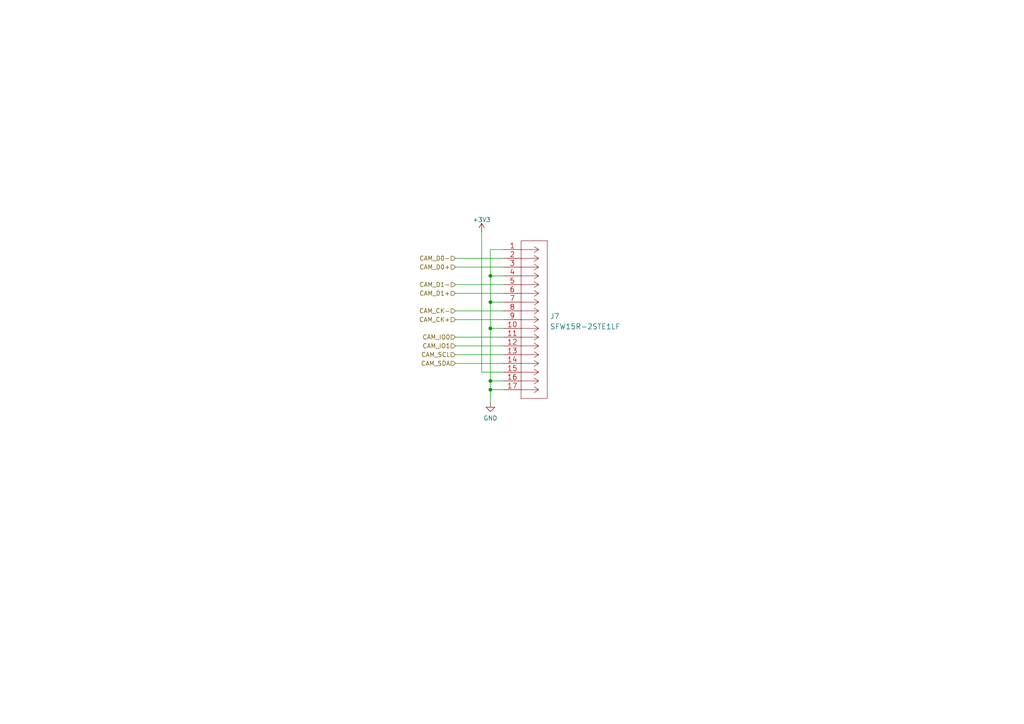
<source format=kicad_sch>
(kicad_sch (version 20211123) (generator eeschema)
  (paper "A4")
  (lib_symbols
    (symbol "csi_fpc:SFW15R-2STE1LF" (pin_names (offset 0.254) hide)
      (property "Reference" "J" (at 8.89 6.35 0))
      (property "Value" "SFW15R-2STE1LF" (at 10.16 -20.32 0))
      (symbol "SFW15R-2STE1LF_1_1"
        (polyline (pts (xy 5.08 -43.18) (xy 12.7 -43.18)) (stroke (width 0.127)))
        (polyline (pts (xy 5.08 2.54) (xy 5.08 -43.18)) (stroke (width 0.127)))
        (polyline (pts (xy 10.16 -40.64) (xy 5.08 -40.64)) (stroke (width 0.127)))
        (polyline (pts (xy 10.16 -40.64) (xy 8.89 -41.4782)) (stroke (width 0.127)))
        (polyline (pts (xy 10.16 -40.64) (xy 8.89 -39.8018)) (stroke (width 0.127)))
        (polyline (pts (xy 10.16 -38.1) (xy 5.08 -38.1)) (stroke (width 0.127)))
        (polyline (pts (xy 10.16 -38.1) (xy 8.89 -38.9382)) (stroke (width 0.127)))
        (polyline (pts (xy 10.16 -38.1) (xy 8.89 -37.2618)) (stroke (width 0.127)))
        (polyline (pts (xy 10.16 -35.56) (xy 5.08 -35.56)) (stroke (width 0.127)))
        (polyline (pts (xy 10.16 -35.56) (xy 8.89 -36.3982)) (stroke (width 0.127)))
        (polyline (pts (xy 10.16 -35.56) (xy 8.89 -34.7218)) (stroke (width 0.127)))
        (polyline (pts (xy 10.16 -33.02) (xy 5.08 -33.02)) (stroke (width 0.127)))
        (polyline (pts (xy 10.16 -33.02) (xy 8.89 -33.8582)) (stroke (width 0.127)))
        (polyline (pts (xy 10.16 -33.02) (xy 8.89 -32.1818)) (stroke (width 0.127)))
        (polyline (pts (xy 10.16 -30.48) (xy 5.08 -30.48)) (stroke (width 0.127)))
        (polyline (pts (xy 10.16 -30.48) (xy 8.89 -31.3182)) (stroke (width 0.127)))
        (polyline (pts (xy 10.16 -30.48) (xy 8.89 -29.6418)) (stroke (width 0.127)))
        (polyline (pts (xy 10.16 -27.94) (xy 5.08 -27.94)) (stroke (width 0.127)))
        (polyline (pts (xy 10.16 -27.94) (xy 8.89 -28.7782)) (stroke (width 0.127)))
        (polyline (pts (xy 10.16 -27.94) (xy 8.89 -27.1018)) (stroke (width 0.127)))
        (polyline (pts (xy 10.16 -25.4) (xy 5.08 -25.4)) (stroke (width 0.127)))
        (polyline (pts (xy 10.16 -25.4) (xy 8.89 -26.2382)) (stroke (width 0.127)))
        (polyline (pts (xy 10.16 -25.4) (xy 8.89 -24.5618)) (stroke (width 0.127)))
        (polyline (pts (xy 10.16 -22.86) (xy 5.08 -22.86)) (stroke (width 0.127)))
        (polyline (pts (xy 10.16 -22.86) (xy 8.89 -23.6982)) (stroke (width 0.127)))
        (polyline (pts (xy 10.16 -22.86) (xy 8.89 -22.0218)) (stroke (width 0.127)))
        (polyline (pts (xy 10.16 -20.32) (xy 5.08 -20.32)) (stroke (width 0.127)))
        (polyline (pts (xy 10.16 -20.32) (xy 8.89 -21.1582)) (stroke (width 0.127)))
        (polyline (pts (xy 10.16 -20.32) (xy 8.89 -19.4818)) (stroke (width 0.127)))
        (polyline (pts (xy 10.16 -17.78) (xy 5.08 -17.78)) (stroke (width 0.127)))
        (polyline (pts (xy 10.16 -17.78) (xy 8.89 -18.6182)) (stroke (width 0.127)))
        (polyline (pts (xy 10.16 -17.78) (xy 8.89 -16.9418)) (stroke (width 0.127)))
        (polyline (pts (xy 10.16 -15.24) (xy 5.08 -15.24)) (stroke (width 0.127)))
        (polyline (pts (xy 10.16 -15.24) (xy 8.89 -16.0782)) (stroke (width 0.127)))
        (polyline (pts (xy 10.16 -15.24) (xy 8.89 -14.4018)) (stroke (width 0.127)))
        (polyline (pts (xy 10.16 -12.7) (xy 5.08 -12.7)) (stroke (width 0.127)))
        (polyline (pts (xy 10.16 -12.7) (xy 8.89 -13.5382)) (stroke (width 0.127)))
        (polyline (pts (xy 10.16 -12.7) (xy 8.89 -11.8618)) (stroke (width 0.127)))
        (polyline (pts (xy 10.16 -10.16) (xy 5.08 -10.16)) (stroke (width 0.127)))
        (polyline (pts (xy 10.16 -10.16) (xy 8.89 -10.9982)) (stroke (width 0.127)))
        (polyline (pts (xy 10.16 -10.16) (xy 8.89 -9.3218)) (stroke (width 0.127)))
        (polyline (pts (xy 10.16 -7.62) (xy 5.08 -7.62)) (stroke (width 0.127)))
        (polyline (pts (xy 10.16 -7.62) (xy 8.89 -8.4582)) (stroke (width 0.127)))
        (polyline (pts (xy 10.16 -7.62) (xy 8.89 -6.7818)) (stroke (width 0.127)))
        (polyline (pts (xy 10.16 -5.08) (xy 5.08 -5.08)) (stroke (width 0.127)))
        (polyline (pts (xy 10.16 -5.08) (xy 8.89 -5.9182)) (stroke (width 0.127)))
        (polyline (pts (xy 10.16 -5.08) (xy 8.89 -4.2418)) (stroke (width 0.127)))
        (polyline (pts (xy 10.16 -2.54) (xy 5.08 -2.54)) (stroke (width 0.127)))
        (polyline (pts (xy 10.16 -2.54) (xy 8.89 -3.3782)) (stroke (width 0.127)))
        (polyline (pts (xy 10.16 -2.54) (xy 8.89 -1.7018)) (stroke (width 0.127)))
        (polyline (pts (xy 10.16 0) (xy 5.08 0)) (stroke (width 0.127)))
        (polyline (pts (xy 10.16 0) (xy 8.89 -0.8382)) (stroke (width 0.127)))
        (polyline (pts (xy 10.16 0) (xy 8.89 0.8382)) (stroke (width 0.127)))
        (polyline (pts (xy 12.7 -43.18) (xy 12.7 2.54)) (stroke (width 0.127)))
        (polyline (pts (xy 12.7 2.54) (xy 5.08 2.54)) (stroke (width 0.127)))
        (pin unspecified line (at 0 0 0) (length 5.08) (name "1") (number "1"))
        (pin unspecified line (at 0 -22.86 0) (length 5.08) (name "10") (number "10"))
        (pin unspecified line (at 0 -25.4 0) (length 5.08) (name "11") (number "11"))
        (pin unspecified line (at 0 -27.94 0) (length 5.08) (name "12") (number "12"))
        (pin unspecified line (at 0 -30.48 0) (length 5.08) (name "13") (number "13"))
        (pin unspecified line (at 0 -33.02 0) (length 5.08) (name "14") (number "14"))
        (pin unspecified line (at 0 -35.56 0) (length 5.08) (name "15") (number "15"))
        (pin unspecified line (at 0 -38.1 0) (length 5.08) (name "16") (number "16"))
        (pin unspecified line (at 0 -40.64 0) (length 5.08) (name "17") (number "17"))
        (pin unspecified line (at 0 -2.54 0) (length 5.08) (name "2") (number "2"))
        (pin unspecified line (at 0 -5.08 0) (length 5.08) (name "3") (number "3"))
        (pin unspecified line (at 0 -7.62 0) (length 5.08) (name "4") (number "4"))
        (pin unspecified line (at 0 -10.16 0) (length 5.08) (name "5") (number "5"))
        (pin unspecified line (at 0 -12.7 0) (length 5.08) (name "6") (number "6"))
        (pin unspecified line (at 0 -15.24 0) (length 5.08) (name "7") (number "7"))
        (pin unspecified line (at 0 -17.78 0) (length 5.08) (name "8") (number "8"))
        (pin unspecified line (at 0 -20.32 0) (length 5.08) (name "9") (number "9"))
      )
    )
    (symbol "power:+3.3V" (power) (pin_names (offset 0))
      (property "Value" "+3.3V" (at 0 3.556 0))
      (symbol "+3.3V_0_1"
        (polyline (pts (xy -0.762 1.27) (xy 0 2.54)))
        (polyline (pts (xy 0 0) (xy 0 2.54)))
        (polyline (pts (xy 0 2.54) (xy 0.762 1.27)))
      )
      (symbol "+3.3V_1_1"
        (pin power_in line (at 0 0 90) (length 0) hide (name "+3V3") (number "1"))
      )
    )
    (symbol "power:GND" (power) (pin_names (offset 0))
      (property "Value" "GND" (at 0 -3.81 0))
      (symbol "GND_0_1"
        (polyline (pts (xy 0 0) (xy 0 -1.27) (xy 1.27 -1.27) (xy 0 -2.54) (xy -1.27 -1.27) (xy 0 -1.27)))
      )
      (symbol "GND_1_1"
        (pin power_in line (at 0 0 270) (length 0) hide (name "GND") (number "1"))
      )
    )
  )
  (junction (at 142.24 80.01))
  (junction (at 142.24 95.25))
  (junction (at 142.24 87.63))
  (junction (at 142.24 113.03))
  (junction (at 142.24 110.49))
  (wire (pts (xy 142.24 72.39) (xy 142.24 80.01)))
  (wire (pts (xy 142.24 87.63) (xy 146.05 87.63)))
  (wire (pts (xy 142.24 113.03) (xy 142.24 116.84)))
  (wire (pts (xy 132.08 74.93) (xy 146.05 74.93)))
  (wire (pts (xy 142.24 87.63) (xy 142.24 95.25)))
  (wire (pts (xy 142.24 95.25) (xy 146.05 95.25)))
  (wire (pts (xy 132.08 92.71) (xy 146.05 92.71)))
  (wire (pts (xy 132.08 105.41) (xy 146.05 105.41)))
  (wire (pts (xy 139.7 67.31) (xy 139.7 107.95)))
  (wire (pts (xy 132.08 85.09) (xy 146.05 85.09)))
  (wire (pts (xy 142.24 80.01) (xy 146.05 80.01)))
  (wire (pts (xy 142.24 110.49) (xy 142.24 113.03)))
  (wire (pts (xy 132.08 100.33) (xy 146.05 100.33)))
  (wire (pts (xy 142.24 113.03) (xy 146.05 113.03)))
  (wire (pts (xy 132.08 90.17) (xy 146.05 90.17)))
  (wire (pts (xy 146.05 107.95) (xy 139.7 107.95)))
  (wire (pts (xy 132.08 102.87) (xy 146.05 102.87)))
  (wire (pts (xy 146.05 72.39) (xy 142.24 72.39)))
  (wire (pts (xy 142.24 80.01) (xy 142.24 87.63)))
  (wire (pts (xy 142.24 95.25) (xy 142.24 110.49)))
  (wire (pts (xy 132.08 97.79) (xy 146.05 97.79)))
  (wire (pts (xy 132.08 77.47) (xy 146.05 77.47)))
  (wire (pts (xy 142.24 110.49) (xy 146.05 110.49)))
  (wire (pts (xy 132.08 82.55) (xy 146.05 82.55)))
  (hierarchical_label "CAM_SCL" (shape input) (at 132.08 102.87 180))
  (hierarchical_label "CAM_IO0" (shape input) (at 132.08 97.79 180))
  (hierarchical_label "CAM_CK+" (shape input) (at 132.08 92.71 180))
  (hierarchical_label "CAM_D0+" (shape input) (at 132.08 77.47 180))
  (hierarchical_label "CAM_IO1" (shape input) (at 132.08 100.33 180))
  (hierarchical_label "CAM_D0-" (shape input) (at 132.08 74.93 180))
  (hierarchical_label "CAM_D1+" (shape input) (at 132.08 85.09 180))
  (hierarchical_label "CAM_D1-" (shape input) (at 132.08 82.55 180))
  (hierarchical_label "CAM_CK-" (shape input) (at 132.08 90.17 180))
  (hierarchical_label "CAM_SDA" (shape input) (at 132.08 105.41 180))
  (symbol (lib_id "power:+3.3V") (at 139.7 67.31 0) (unit 1)
    (property "Reference" "#PWR0108" (effects hide))
    (property "Value" "+3.3V" (at 139.7 63.7342 0))
  )
  (symbol (lib_id "csi_fpc:SFW15R-2STE1LF") (at 146.05 72.39 0) (unit 1)
    (property "Reference" "J7" (at 159.4485 91.7338 0) (effects (font (size 1.524 1.524)) (justify left)))
    (property "Value" "SFW15R-2STE1LF" (at 159.4485 94.7272 0) (effects (font (size 1.524 1.524)) (justify left)))
    (property "Footprint" "footprints:SFW15R-2STE1LF" (effects hide))
  )
  (symbol (lib_id "power:GND") (at 142.24 116.84 0) (unit 1)
    (property "Reference" "#PWR0107" (effects hide))
    (property "Value" "GND" (at 142.24 121.2834 0))
  )
)
</source>
